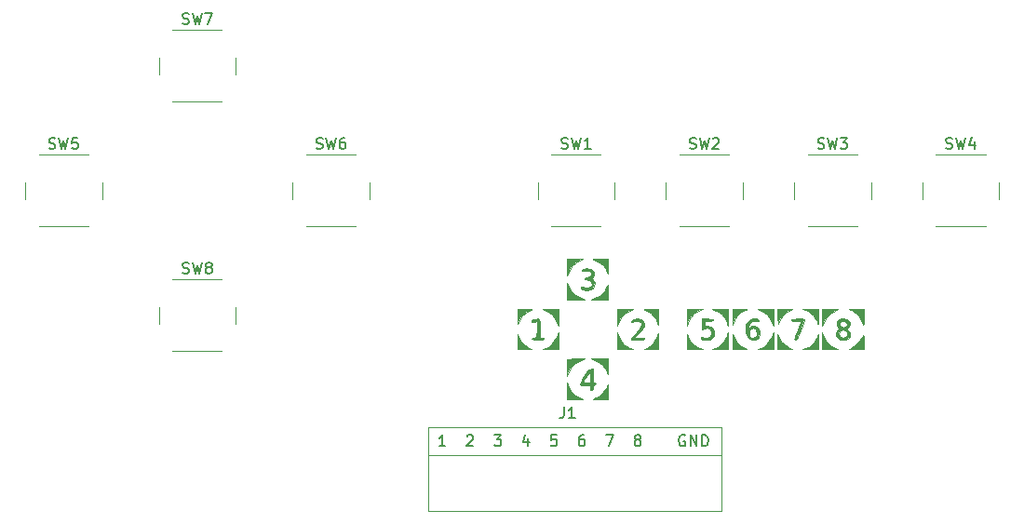
<source format=gbr>
%TF.GenerationSoftware,KiCad,Pcbnew,5.1.4-3.fc30*%
%TF.CreationDate,2019-10-13T17:18:47+02:00*%
%TF.ProjectId,keyboard_lab1,6b657962-6f61-4726-945f-6c6162312e6b,1.0*%
%TF.SameCoordinates,Original*%
%TF.FileFunction,Legend,Top*%
%TF.FilePolarity,Positive*%
%FSLAX46Y46*%
G04 Gerber Fmt 4.6, Leading zero omitted, Abs format (unit mm)*
G04 Created by KiCad (PCBNEW 5.1.4-3.fc30) date 2019-10-13 17:18:47*
%MOMM*%
%LPD*%
G04 APERTURE LIST*
%ADD10C,0.010000*%
%ADD11C,0.120000*%
%ADD12C,0.150000*%
%ADD13C,1.626000*%
%ADD14R,1.626000X1.626000*%
%ADD15C,2.102000*%
G04 APERTURE END LIST*
D10*
%TO.C,G\002A\002A\002A*%
G36*
X133477000Y-100965000D02*
G01*
X133474891Y-101245692D01*
X133469174Y-101472532D01*
X133460761Y-101619887D01*
X133452133Y-101663500D01*
X133419459Y-101610540D01*
X133391153Y-101520625D01*
X133251472Y-101196852D01*
X133012622Y-100885217D01*
X132701570Y-100612624D01*
X132345286Y-100405979D01*
X132225880Y-100358087D01*
X132131271Y-100321731D01*
X132098485Y-100297245D01*
X132141506Y-100282170D01*
X132274320Y-100274047D01*
X132510912Y-100270417D01*
X132730875Y-100269287D01*
X133477000Y-100266500D01*
X133477000Y-100965000D01*
X133477000Y-100965000D01*
G37*
X133477000Y-100965000D02*
X133474891Y-101245692D01*
X133469174Y-101472532D01*
X133460761Y-101619887D01*
X133452133Y-101663500D01*
X133419459Y-101610540D01*
X133391153Y-101520625D01*
X133251472Y-101196852D01*
X133012622Y-100885217D01*
X132701570Y-100612624D01*
X132345286Y-100405979D01*
X132225880Y-100358087D01*
X132131271Y-100321731D01*
X132098485Y-100297245D01*
X132141506Y-100282170D01*
X132274320Y-100274047D01*
X132510912Y-100270417D01*
X132730875Y-100269287D01*
X133477000Y-100266500D01*
X133477000Y-100965000D01*
G36*
X130508375Y-100269287D02*
G01*
X130828988Y-100271272D01*
X131036534Y-100276028D01*
X131144946Y-100285861D01*
X131168157Y-100303075D01*
X131120098Y-100329974D01*
X131045119Y-100358087D01*
X130600703Y-100577159D01*
X130242295Y-100882586D01*
X129979677Y-101264796D01*
X129882399Y-101496023D01*
X129819740Y-101665956D01*
X129771356Y-101772346D01*
X129756280Y-101790500D01*
X129746328Y-101731091D01*
X129738160Y-101569227D01*
X129732608Y-101329448D01*
X129730501Y-101036294D01*
X129730500Y-101028500D01*
X129730500Y-100266500D01*
X130508375Y-100269287D01*
X130508375Y-100269287D01*
G37*
X130508375Y-100269287D02*
X130828988Y-100271272D01*
X131036534Y-100276028D01*
X131144946Y-100285861D01*
X131168157Y-100303075D01*
X131120098Y-100329974D01*
X131045119Y-100358087D01*
X130600703Y-100577159D01*
X130242295Y-100882586D01*
X129979677Y-101264796D01*
X129882399Y-101496023D01*
X129819740Y-101665956D01*
X129771356Y-101772346D01*
X129756280Y-101790500D01*
X129746328Y-101731091D01*
X129738160Y-101569227D01*
X129732608Y-101329448D01*
X129730501Y-101036294D01*
X129730500Y-101028500D01*
X129730500Y-100266500D01*
X130508375Y-100269287D01*
G36*
X131738729Y-101174897D02*
G01*
X131934881Y-101227710D01*
X132036230Y-101284390D01*
X132173435Y-101461439D01*
X132203557Y-101668428D01*
X132123858Y-101867089D01*
X132081443Y-101916056D01*
X132002199Y-102004880D01*
X132000570Y-102072181D01*
X132082145Y-102167769D01*
X132113193Y-102198920D01*
X132220919Y-102340969D01*
X132270182Y-102473660D01*
X132270500Y-102481979D01*
X132216816Y-102747212D01*
X132063285Y-102944988D01*
X131821183Y-103069330D01*
X131501788Y-103114264D01*
X131143375Y-103079185D01*
X131023685Y-103007881D01*
X131000500Y-102924804D01*
X131023532Y-102835289D01*
X131115245Y-102834883D01*
X131141300Y-102842629D01*
X131407553Y-102889688D01*
X131655909Y-102868577D01*
X131858177Y-102788959D01*
X131986167Y-102660497D01*
X132016500Y-102542658D01*
X131959062Y-102376587D01*
X131810659Y-102245011D01*
X131607158Y-102175882D01*
X131540250Y-102171500D01*
X131372379Y-102146496D01*
X131315998Y-102086839D01*
X131369451Y-102015555D01*
X131531085Y-101955673D01*
X131556125Y-101950634D01*
X131786459Y-101886104D01*
X131911662Y-101789427D01*
X131952714Y-101643453D01*
X131953000Y-101626208D01*
X131899297Y-101470202D01*
X131742356Y-101381243D01*
X131488430Y-101362027D01*
X131367385Y-101373628D01*
X131181881Y-101393355D01*
X131092593Y-101383267D01*
X131070782Y-101336243D01*
X131075302Y-101301253D01*
X131149093Y-101220319D01*
X131308891Y-101171850D01*
X131517751Y-101156493D01*
X131738729Y-101174897D01*
X131738729Y-101174897D01*
G37*
X131738729Y-101174897D02*
X131934881Y-101227710D01*
X132036230Y-101284390D01*
X132173435Y-101461439D01*
X132203557Y-101668428D01*
X132123858Y-101867089D01*
X132081443Y-101916056D01*
X132002199Y-102004880D01*
X132000570Y-102072181D01*
X132082145Y-102167769D01*
X132113193Y-102198920D01*
X132220919Y-102340969D01*
X132270182Y-102473660D01*
X132270500Y-102481979D01*
X132216816Y-102747212D01*
X132063285Y-102944988D01*
X131821183Y-103069330D01*
X131501788Y-103114264D01*
X131143375Y-103079185D01*
X131023685Y-103007881D01*
X131000500Y-102924804D01*
X131023532Y-102835289D01*
X131115245Y-102834883D01*
X131141300Y-102842629D01*
X131407553Y-102889688D01*
X131655909Y-102868577D01*
X131858177Y-102788959D01*
X131986167Y-102660497D01*
X132016500Y-102542658D01*
X131959062Y-102376587D01*
X131810659Y-102245011D01*
X131607158Y-102175882D01*
X131540250Y-102171500D01*
X131372379Y-102146496D01*
X131315998Y-102086839D01*
X131369451Y-102015555D01*
X131531085Y-101955673D01*
X131556125Y-101950634D01*
X131786459Y-101886104D01*
X131911662Y-101789427D01*
X131952714Y-101643453D01*
X131953000Y-101626208D01*
X131899297Y-101470202D01*
X131742356Y-101381243D01*
X131488430Y-101362027D01*
X131367385Y-101373628D01*
X131181881Y-101393355D01*
X131092593Y-101383267D01*
X131070782Y-101336243D01*
X131075302Y-101301253D01*
X131149093Y-101220319D01*
X131308891Y-101171850D01*
X131517751Y-101156493D01*
X131738729Y-101174897D01*
G36*
X133461916Y-102691598D02*
G01*
X133469771Y-102836378D01*
X133473305Y-103086703D01*
X133474212Y-103266875D01*
X133477000Y-104013000D01*
X132699125Y-104011492D01*
X131921250Y-104009985D01*
X132295061Y-103856301D01*
X132730493Y-103615532D01*
X133079305Y-103291648D01*
X133329559Y-102896713D01*
X133389394Y-102750297D01*
X133424029Y-102662581D01*
X133447436Y-102638340D01*
X133461916Y-102691598D01*
X133461916Y-102691598D01*
G37*
X133461916Y-102691598D02*
X133469771Y-102836378D01*
X133473305Y-103086703D01*
X133474212Y-103266875D01*
X133477000Y-104013000D01*
X132699125Y-104011492D01*
X131921250Y-104009985D01*
X132295061Y-103856301D01*
X132730493Y-103615532D01*
X133079305Y-103291648D01*
X133329559Y-102896713D01*
X133389394Y-102750297D01*
X133424029Y-102662581D01*
X133447436Y-102638340D01*
X133461916Y-102691598D01*
G36*
X129915779Y-102838250D02*
G01*
X130184767Y-103272554D01*
X130537914Y-103611765D01*
X130974453Y-103855697D01*
X131349750Y-104009985D01*
X130582458Y-104011492D01*
X130282192Y-104008758D01*
X130029687Y-104000200D01*
X129851226Y-103987143D01*
X129773094Y-103970914D01*
X129772833Y-103970666D01*
X129756361Y-103893886D01*
X129743408Y-103717051D01*
X129735340Y-103467085D01*
X129733413Y-103192791D01*
X129736327Y-102457250D01*
X129915779Y-102838250D01*
X129915779Y-102838250D01*
G37*
X129915779Y-102838250D02*
X130184767Y-103272554D01*
X130537914Y-103611765D01*
X130974453Y-103855697D01*
X131349750Y-104009985D01*
X130582458Y-104011492D01*
X130282192Y-104008758D01*
X130029687Y-104000200D01*
X129851226Y-103987143D01*
X129773094Y-103970914D01*
X129772833Y-103970666D01*
X129756361Y-103893886D01*
X129743408Y-103717051D01*
X129735340Y-103467085D01*
X129733413Y-103192791D01*
X129736327Y-102457250D01*
X129915779Y-102838250D01*
G36*
X152590500Y-105537000D02*
G01*
X152588660Y-105817693D01*
X152583671Y-106044533D01*
X152576330Y-106191888D01*
X152568801Y-106235500D01*
X152539274Y-106180941D01*
X152490408Y-106043541D01*
X152468140Y-105971947D01*
X152349329Y-105730841D01*
X152147912Y-105472429D01*
X151897583Y-105230430D01*
X151632035Y-105038566D01*
X151445774Y-104948771D01*
X151161750Y-104848526D01*
X152590500Y-104838500D01*
X152590500Y-105537000D01*
X152590500Y-105537000D01*
G37*
X152590500Y-105537000D02*
X152588660Y-105817693D01*
X152583671Y-106044533D01*
X152576330Y-106191888D01*
X152568801Y-106235500D01*
X152539274Y-106180941D01*
X152490408Y-106043541D01*
X152468140Y-105971947D01*
X152349329Y-105730841D01*
X152147912Y-105472429D01*
X151897583Y-105230430D01*
X151632035Y-105038566D01*
X151445774Y-104948771D01*
X151161750Y-104848526D01*
X152590500Y-104838500D01*
X152590500Y-105537000D01*
G36*
X149621875Y-104841287D02*
G01*
X149926469Y-104843365D01*
X150118112Y-104848472D01*
X150210851Y-104859198D01*
X150218733Y-104878136D01*
X150155805Y-104907875D01*
X150097996Y-104929098D01*
X149726103Y-105122498D01*
X149391403Y-105409860D01*
X149126866Y-105758213D01*
X148998098Y-106028996D01*
X148961523Y-106124011D01*
X148937135Y-106155727D01*
X148922341Y-106110094D01*
X148914553Y-105973065D01*
X148911178Y-105730593D01*
X148910287Y-105552875D01*
X148907500Y-104838500D01*
X149621875Y-104841287D01*
X149621875Y-104841287D01*
G37*
X149621875Y-104841287D02*
X149926469Y-104843365D01*
X150118112Y-104848472D01*
X150210851Y-104859198D01*
X150218733Y-104878136D01*
X150155805Y-104907875D01*
X150097996Y-104929098D01*
X149726103Y-105122498D01*
X149391403Y-105409860D01*
X149126866Y-105758213D01*
X148998098Y-106028996D01*
X148961523Y-106124011D01*
X148937135Y-106155727D01*
X148922341Y-106110094D01*
X148914553Y-105973065D01*
X148911178Y-105730593D01*
X148910287Y-105552875D01*
X148907500Y-104838500D01*
X149621875Y-104841287D01*
G36*
X145494375Y-104843513D02*
G01*
X145801266Y-104846248D01*
X145994928Y-104851267D01*
X146089128Y-104861538D01*
X146097636Y-104880029D01*
X146034219Y-104909707D01*
X145947469Y-104941189D01*
X145588754Y-105130789D01*
X145267698Y-105420841D01*
X145011653Y-105785215D01*
X144962088Y-105882566D01*
X144780100Y-106267250D01*
X144780000Y-104838500D01*
X145494375Y-104843513D01*
X145494375Y-104843513D01*
G37*
X145494375Y-104843513D02*
X145801266Y-104846248D01*
X145994928Y-104851267D01*
X146089128Y-104861538D01*
X146097636Y-104880029D01*
X146034219Y-104909707D01*
X145947469Y-104941189D01*
X145588754Y-105130789D01*
X145267698Y-105420841D01*
X145011653Y-105785215D01*
X144962088Y-105882566D01*
X144780100Y-106267250D01*
X144780000Y-104838500D01*
X145494375Y-104843513D01*
G36*
X156718000Y-105568750D02*
G01*
X156715420Y-105856256D01*
X156708410Y-106090473D01*
X156698057Y-106246334D01*
X156686250Y-106299000D01*
X156658990Y-106246290D01*
X156653904Y-106187875D01*
X156613308Y-106034376D01*
X156508098Y-105825047D01*
X156361309Y-105595961D01*
X156195979Y-105383191D01*
X156040299Y-105227022D01*
X155833512Y-105083400D01*
X155607912Y-104964420D01*
X155545612Y-104939550D01*
X155439962Y-104900250D01*
X155396069Y-104874087D01*
X155427778Y-104858158D01*
X155548937Y-104849558D01*
X155773395Y-104845385D01*
X156003625Y-104843513D01*
X156718000Y-104838500D01*
X156718000Y-105568750D01*
X156718000Y-105568750D01*
G37*
X156718000Y-105568750D02*
X156715420Y-105856256D01*
X156708410Y-106090473D01*
X156698057Y-106246334D01*
X156686250Y-106299000D01*
X156658990Y-106246290D01*
X156653904Y-106187875D01*
X156613308Y-106034376D01*
X156508098Y-105825047D01*
X156361309Y-105595961D01*
X156195979Y-105383191D01*
X156040299Y-105227022D01*
X155833512Y-105083400D01*
X155607912Y-104964420D01*
X155545612Y-104939550D01*
X155439962Y-104900250D01*
X155396069Y-104874087D01*
X155427778Y-104858158D01*
X155548937Y-104849558D01*
X155773395Y-104845385D01*
X156003625Y-104843513D01*
X156718000Y-104838500D01*
X156718000Y-105568750D01*
G36*
X141679556Y-105033499D02*
G01*
X141284644Y-105287603D01*
X140989303Y-105611794D01*
X140781455Y-106013250D01*
X140659117Y-106330750D01*
X140655808Y-105584625D01*
X140652500Y-104838500D01*
X142069784Y-104838500D01*
X141679556Y-105033499D01*
X141679556Y-105033499D01*
G37*
X141679556Y-105033499D02*
X141284644Y-105287603D01*
X140989303Y-105611794D01*
X140781455Y-106013250D01*
X140659117Y-106330750D01*
X140655808Y-105584625D01*
X140652500Y-104838500D01*
X142069784Y-104838500D01*
X141679556Y-105033499D01*
G36*
X138049000Y-105568750D02*
G01*
X138046830Y-105856257D01*
X138040934Y-106090476D01*
X138032226Y-106246337D01*
X138022295Y-106299000D01*
X137991459Y-106244704D01*
X137955254Y-106115347D01*
X137830763Y-105801571D01*
X137610273Y-105490846D01*
X137321990Y-105212721D01*
X136994121Y-104996742D01*
X136810750Y-104916430D01*
X136747724Y-104886977D01*
X136761791Y-104866730D01*
X136865960Y-104853879D01*
X137073239Y-104846612D01*
X137334625Y-104843513D01*
X138049000Y-104838500D01*
X138049000Y-105568750D01*
X138049000Y-105568750D01*
G37*
X138049000Y-105568750D02*
X138046830Y-105856257D01*
X138040934Y-106090476D01*
X138032226Y-106246337D01*
X138022295Y-106299000D01*
X137991459Y-106244704D01*
X137955254Y-106115347D01*
X137830763Y-105801571D01*
X137610273Y-105490846D01*
X137321990Y-105212721D01*
X136994121Y-104996742D01*
X136810750Y-104916430D01*
X136747724Y-104886977D01*
X136761791Y-104866730D01*
X136865960Y-104853879D01*
X137073239Y-104846612D01*
X137334625Y-104843513D01*
X138049000Y-104838500D01*
X138049000Y-105568750D01*
G36*
X125936375Y-104843513D02*
G01*
X126239684Y-104847504D01*
X126429022Y-104855569D01*
X126517400Y-104869518D01*
X126517827Y-104891162D01*
X126460250Y-104916430D01*
X126057562Y-105124505D01*
X125708616Y-105432271D01*
X125436408Y-105816200D01*
X125313587Y-106089619D01*
X125277231Y-106184228D01*
X125252745Y-106217014D01*
X125237670Y-106173993D01*
X125229547Y-106041179D01*
X125225917Y-105804587D01*
X125224787Y-105584625D01*
X125222000Y-104838500D01*
X125936375Y-104843513D01*
X125936375Y-104843513D01*
G37*
X125936375Y-104843513D02*
X126239684Y-104847504D01*
X126429022Y-104855569D01*
X126517400Y-104869518D01*
X126517827Y-104891162D01*
X126460250Y-104916430D01*
X126057562Y-105124505D01*
X125708616Y-105432271D01*
X125436408Y-105816200D01*
X125313587Y-106089619D01*
X125277231Y-106184228D01*
X125252745Y-106217014D01*
X125237670Y-106173993D01*
X125229547Y-106041179D01*
X125225917Y-105804587D01*
X125224787Y-105584625D01*
X125222000Y-104838500D01*
X125936375Y-104843513D01*
G36*
X154400250Y-104839740D02*
G01*
X154082750Y-104990280D01*
X153686574Y-105246664D01*
X153361286Y-105599589D01*
X153128802Y-106018953D01*
X152974514Y-106394250D01*
X152971500Y-104838500D01*
X154400250Y-104839740D01*
X154400250Y-104839740D01*
G37*
X154400250Y-104839740D02*
X154082750Y-104990280D01*
X153686574Y-105246664D01*
X153361286Y-105599589D01*
X153128802Y-106018953D01*
X152974514Y-106394250D01*
X152971500Y-104838500D01*
X154400250Y-104839740D01*
G36*
X148526500Y-105600500D02*
G01*
X148525186Y-105894675D01*
X148521608Y-106136088D01*
X148516307Y-106300197D01*
X148509826Y-106362460D01*
X148509654Y-106362500D01*
X148481073Y-106308211D01*
X148425301Y-106168409D01*
X148377586Y-106038083D01*
X148195702Y-105685320D01*
X147923765Y-105356307D01*
X147597769Y-105090311D01*
X147415250Y-104988248D01*
X147097750Y-104839740D01*
X148526500Y-104838500D01*
X148526500Y-105600500D01*
X148526500Y-105600500D01*
G37*
X148526500Y-105600500D02*
X148525186Y-105894675D01*
X148521608Y-106136088D01*
X148516307Y-106300197D01*
X148509826Y-106362460D01*
X148509654Y-106362500D01*
X148481073Y-106308211D01*
X148425301Y-106168409D01*
X148377586Y-106038083D01*
X148195702Y-105685320D01*
X147923765Y-105356307D01*
X147597769Y-105090311D01*
X147415250Y-104988248D01*
X147097750Y-104839740D01*
X148526500Y-104838500D01*
X148526500Y-105600500D01*
G36*
X144399000Y-105600500D02*
G01*
X144396524Y-105894671D01*
X144389780Y-106136082D01*
X144379789Y-106300191D01*
X144367575Y-106362460D01*
X144367250Y-106362500D01*
X144339074Y-106310651D01*
X144335500Y-106266557D01*
X144297066Y-106101238D01*
X144196395Y-105880602D01*
X144055428Y-105644430D01*
X143896108Y-105432497D01*
X143843855Y-105375287D01*
X143644827Y-105206152D01*
X143402271Y-105047071D01*
X143292909Y-104989984D01*
X142970250Y-104839740D01*
X144399000Y-104838500D01*
X144399000Y-105600500D01*
X144399000Y-105600500D01*
G37*
X144399000Y-105600500D02*
X144396524Y-105894671D01*
X144389780Y-106136082D01*
X144379789Y-106300191D01*
X144367575Y-106362460D01*
X144367250Y-106362500D01*
X144339074Y-106310651D01*
X144335500Y-106266557D01*
X144297066Y-106101238D01*
X144196395Y-105880602D01*
X144055428Y-105644430D01*
X143896108Y-105432497D01*
X143843855Y-105375287D01*
X143644827Y-105206152D01*
X143402271Y-105047071D01*
X143292909Y-104989984D01*
X142970250Y-104839740D01*
X144399000Y-104838500D01*
X144399000Y-105600500D01*
G36*
X135731250Y-104839740D02*
G01*
X135413750Y-104994316D01*
X134989783Y-105260219D01*
X134667997Y-105598453D01*
X134440904Y-106017310D01*
X134407218Y-106108500D01*
X134308562Y-106394250D01*
X134302500Y-104838500D01*
X135731250Y-104839740D01*
X135731250Y-104839740D01*
G37*
X135731250Y-104839740D02*
X135413750Y-104994316D01*
X134989783Y-105260219D01*
X134667997Y-105598453D01*
X134440904Y-106017310D01*
X134407218Y-106108500D01*
X134308562Y-106394250D01*
X134302500Y-104838500D01*
X135731250Y-104839740D01*
G36*
X128968500Y-105600500D02*
G01*
X128967186Y-105894675D01*
X128963608Y-106136088D01*
X128958307Y-106300197D01*
X128951826Y-106362460D01*
X128951654Y-106362500D01*
X128923073Y-106308211D01*
X128867301Y-106168409D01*
X128819586Y-106038083D01*
X128637702Y-105685320D01*
X128365765Y-105356307D01*
X128039769Y-105090311D01*
X127857250Y-104988248D01*
X127539750Y-104839740D01*
X128968500Y-104838500D01*
X128968500Y-105600500D01*
X128968500Y-105600500D01*
G37*
X128968500Y-105600500D02*
X128967186Y-105894675D01*
X128963608Y-106136088D01*
X128958307Y-106300197D01*
X128951826Y-106362460D01*
X128951654Y-106362500D01*
X128923073Y-106308211D01*
X128867301Y-106168409D01*
X128819586Y-106038083D01*
X128637702Y-105685320D01*
X128365765Y-105356307D01*
X128039769Y-105090311D01*
X127857250Y-104988248D01*
X127539750Y-104839740D01*
X128968500Y-104838500D01*
X128968500Y-105600500D01*
G36*
X151045899Y-105729330D02*
G01*
X151230026Y-105737414D01*
X151329173Y-105755635D01*
X151364339Y-105787881D01*
X151356525Y-105838037D01*
X151356307Y-105838625D01*
X151154723Y-106375608D01*
X150989361Y-106802320D01*
X150855712Y-107128779D01*
X150749267Y-107365006D01*
X150665518Y-107521020D01*
X150599956Y-107606841D01*
X150549093Y-107632500D01*
X150451032Y-107610842D01*
X150431500Y-107584348D01*
X150453466Y-107509829D01*
X150513361Y-107341794D01*
X150602184Y-107104733D01*
X150710930Y-106823139D01*
X150717250Y-106807000D01*
X150827254Y-106520089D01*
X150917621Y-106272606D01*
X150979232Y-106090369D01*
X151002967Y-105999200D01*
X151003000Y-105997901D01*
X150956758Y-105951667D01*
X150809554Y-105925798D01*
X150558500Y-105918000D01*
X150316995Y-105912398D01*
X150178775Y-105892256D01*
X150120480Y-105852569D01*
X150114000Y-105822750D01*
X150134862Y-105778535D01*
X150211320Y-105750065D01*
X150364178Y-105734253D01*
X150614240Y-105728011D01*
X150755793Y-105727500D01*
X151045899Y-105729330D01*
X151045899Y-105729330D01*
G37*
X151045899Y-105729330D02*
X151230026Y-105737414D01*
X151329173Y-105755635D01*
X151364339Y-105787881D01*
X151356525Y-105838037D01*
X151356307Y-105838625D01*
X151154723Y-106375608D01*
X150989361Y-106802320D01*
X150855712Y-107128779D01*
X150749267Y-107365006D01*
X150665518Y-107521020D01*
X150599956Y-107606841D01*
X150549093Y-107632500D01*
X150451032Y-107610842D01*
X150431500Y-107584348D01*
X150453466Y-107509829D01*
X150513361Y-107341794D01*
X150602184Y-107104733D01*
X150710930Y-106823139D01*
X150717250Y-106807000D01*
X150827254Y-106520089D01*
X150917621Y-106272606D01*
X150979232Y-106090369D01*
X151002967Y-105999200D01*
X151003000Y-105997901D01*
X150956758Y-105951667D01*
X150809554Y-105925798D01*
X150558500Y-105918000D01*
X150316995Y-105912398D01*
X150178775Y-105892256D01*
X150120480Y-105852569D01*
X150114000Y-105822750D01*
X150134862Y-105778535D01*
X150211320Y-105750065D01*
X150364178Y-105734253D01*
X150614240Y-105728011D01*
X150755793Y-105727500D01*
X151045899Y-105729330D01*
G36*
X142754650Y-105731986D02*
G01*
X142911076Y-105748264D01*
X142985828Y-105780561D01*
X143002000Y-105822750D01*
X142972739Y-105878057D01*
X142869014Y-105907751D01*
X142666906Y-105917812D01*
X142621000Y-105918000D01*
X142240000Y-105918000D01*
X142240000Y-106140250D01*
X142247415Y-106281612D01*
X142293847Y-106345110D01*
X142415576Y-106361891D01*
X142498884Y-106362500D01*
X142772222Y-106418474D01*
X142980357Y-106573198D01*
X143103645Y-106806878D01*
X143129000Y-106997500D01*
X143102226Y-107214013D01*
X143001744Y-107384410D01*
X142943384Y-107446884D01*
X142819494Y-107554437D01*
X142692817Y-107610276D01*
X142514415Y-107630595D01*
X142382467Y-107632500D01*
X142174336Y-107625838D01*
X142020857Y-107608583D01*
X141964833Y-107590166D01*
X141928694Y-107496982D01*
X141922500Y-107429182D01*
X141941578Y-107348295D01*
X142020711Y-107363606D01*
X142045325Y-107376265D01*
X142260194Y-107438041D01*
X142496818Y-107428802D01*
X142698325Y-107353781D01*
X142751744Y-107311255D01*
X142855364Y-107128500D01*
X142852165Y-106922221D01*
X142746908Y-106729548D01*
X142667914Y-106657474D01*
X142533781Y-106576107D01*
X142404299Y-106560533D01*
X142239289Y-106594748D01*
X141986000Y-106662355D01*
X141986000Y-105727500D01*
X142494000Y-105727500D01*
X142754650Y-105731986D01*
X142754650Y-105731986D01*
G37*
X142754650Y-105731986D02*
X142911076Y-105748264D01*
X142985828Y-105780561D01*
X143002000Y-105822750D01*
X142972739Y-105878057D01*
X142869014Y-105907751D01*
X142666906Y-105917812D01*
X142621000Y-105918000D01*
X142240000Y-105918000D01*
X142240000Y-106140250D01*
X142247415Y-106281612D01*
X142293847Y-106345110D01*
X142415576Y-106361891D01*
X142498884Y-106362500D01*
X142772222Y-106418474D01*
X142980357Y-106573198D01*
X143103645Y-106806878D01*
X143129000Y-106997500D01*
X143102226Y-107214013D01*
X143001744Y-107384410D01*
X142943384Y-107446884D01*
X142819494Y-107554437D01*
X142692817Y-107610276D01*
X142514415Y-107630595D01*
X142382467Y-107632500D01*
X142174336Y-107625838D01*
X142020857Y-107608583D01*
X141964833Y-107590166D01*
X141928694Y-107496982D01*
X141922500Y-107429182D01*
X141941578Y-107348295D01*
X142020711Y-107363606D01*
X142045325Y-107376265D01*
X142260194Y-107438041D01*
X142496818Y-107428802D01*
X142698325Y-107353781D01*
X142751744Y-107311255D01*
X142855364Y-107128500D01*
X142852165Y-106922221D01*
X142746908Y-106729548D01*
X142667914Y-106657474D01*
X142533781Y-106576107D01*
X142404299Y-106560533D01*
X142239289Y-106594748D01*
X141986000Y-106662355D01*
X141986000Y-105727500D01*
X142494000Y-105727500D01*
X142754650Y-105731986D01*
G36*
X136366508Y-105742117D02*
G01*
X136517801Y-105797279D01*
X136623136Y-105883363D01*
X136753430Y-106095331D01*
X136766883Y-106339435D01*
X136708326Y-106509549D01*
X136632391Y-106617705D01*
X136491960Y-106784495D01*
X136313076Y-106979500D01*
X136249785Y-107045125D01*
X135861918Y-107442000D01*
X136320459Y-107442000D01*
X136566288Y-107447315D01*
X136708629Y-107466473D01*
X136770669Y-107504290D01*
X136779000Y-107537250D01*
X136757410Y-107582654D01*
X136678447Y-107611388D01*
X136520821Y-107626813D01*
X136263242Y-107632290D01*
X136175750Y-107632500D01*
X135892387Y-107629777D01*
X135713262Y-107618937D01*
X135615681Y-107595969D01*
X135576946Y-107556865D01*
X135572500Y-107525934D01*
X135614772Y-107438727D01*
X135729080Y-107286212D01*
X135896655Y-107091873D01*
X136048750Y-106929976D01*
X136298037Y-106659534D01*
X136453222Y-106450657D01*
X136520545Y-106287057D01*
X136506244Y-106152447D01*
X136416559Y-106030542D01*
X136399436Y-106014550D01*
X136277621Y-105945823D01*
X136108342Y-105933402D01*
X135864855Y-105977428D01*
X135715375Y-106018184D01*
X135603400Y-106027700D01*
X135572500Y-105959390D01*
X135631630Y-105839281D01*
X135803625Y-105761169D01*
X136080393Y-105728345D01*
X136142711Y-105727500D01*
X136366508Y-105742117D01*
X136366508Y-105742117D01*
G37*
X136366508Y-105742117D02*
X136517801Y-105797279D01*
X136623136Y-105883363D01*
X136753430Y-106095331D01*
X136766883Y-106339435D01*
X136708326Y-106509549D01*
X136632391Y-106617705D01*
X136491960Y-106784495D01*
X136313076Y-106979500D01*
X136249785Y-107045125D01*
X135861918Y-107442000D01*
X136320459Y-107442000D01*
X136566288Y-107447315D01*
X136708629Y-107466473D01*
X136770669Y-107504290D01*
X136779000Y-107537250D01*
X136757410Y-107582654D01*
X136678447Y-107611388D01*
X136520821Y-107626813D01*
X136263242Y-107632290D01*
X136175750Y-107632500D01*
X135892387Y-107629777D01*
X135713262Y-107618937D01*
X135615681Y-107595969D01*
X135576946Y-107556865D01*
X135572500Y-107525934D01*
X135614772Y-107438727D01*
X135729080Y-107286212D01*
X135896655Y-107091873D01*
X136048750Y-106929976D01*
X136298037Y-106659534D01*
X136453222Y-106450657D01*
X136520545Y-106287057D01*
X136506244Y-106152447D01*
X136416559Y-106030542D01*
X136399436Y-106014550D01*
X136277621Y-105945823D01*
X136108342Y-105933402D01*
X135864855Y-105977428D01*
X135715375Y-106018184D01*
X135603400Y-106027700D01*
X135572500Y-105959390D01*
X135631630Y-105839281D01*
X135803625Y-105761169D01*
X136080393Y-105728345D01*
X136142711Y-105727500D01*
X136366508Y-105742117D01*
G36*
X127172919Y-105748234D02*
G01*
X127225154Y-105832908D01*
X127248546Y-105992615D01*
X127254396Y-106244971D01*
X127254000Y-106584750D01*
X127254000Y-107442000D01*
X127444500Y-107442000D01*
X127595739Y-107470398D01*
X127635000Y-107537250D01*
X127611956Y-107584869D01*
X127528074Y-107614015D01*
X127361229Y-107628589D01*
X127095250Y-107632500D01*
X126822932Y-107628055D01*
X126656320Y-107612347D01*
X126574352Y-107581817D01*
X126555500Y-107541273D01*
X126613990Y-107467435D01*
X126761875Y-107430148D01*
X126968250Y-107410250D01*
X126986283Y-106687413D01*
X127004317Y-105964577D01*
X126748158Y-106005539D01*
X126584041Y-106024137D01*
X126509839Y-106002641D01*
X126492014Y-105930777D01*
X126492000Y-105927058D01*
X126529750Y-105836783D01*
X126659882Y-105781919D01*
X126730125Y-105768257D01*
X126936706Y-105733524D01*
X127080537Y-105720978D01*
X127172919Y-105748234D01*
X127172919Y-105748234D01*
G37*
X127172919Y-105748234D02*
X127225154Y-105832908D01*
X127248546Y-105992615D01*
X127254396Y-106244971D01*
X127254000Y-106584750D01*
X127254000Y-107442000D01*
X127444500Y-107442000D01*
X127595739Y-107470398D01*
X127635000Y-107537250D01*
X127611956Y-107584869D01*
X127528074Y-107614015D01*
X127361229Y-107628589D01*
X127095250Y-107632500D01*
X126822932Y-107628055D01*
X126656320Y-107612347D01*
X126574352Y-107581817D01*
X126555500Y-107541273D01*
X126613990Y-107467435D01*
X126761875Y-107430148D01*
X126968250Y-107410250D01*
X126986283Y-106687413D01*
X127004317Y-105964577D01*
X126748158Y-106005539D01*
X126584041Y-106024137D01*
X126509839Y-106002641D01*
X126492014Y-105930777D01*
X126492000Y-105927058D01*
X126529750Y-105836783D01*
X126659882Y-105781919D01*
X126730125Y-105768257D01*
X126936706Y-105733524D01*
X127080537Y-105720978D01*
X127172919Y-105748234D01*
G36*
X155128299Y-105734927D02*
G01*
X155331812Y-105851488D01*
X155434799Y-106043976D01*
X155448000Y-106169863D01*
X155422074Y-106371615D01*
X155332780Y-106498251D01*
X155309814Y-106515587D01*
X155171629Y-106612375D01*
X155341564Y-106746046D01*
X155479032Y-106926236D01*
X155512125Y-107146141D01*
X155439555Y-107371295D01*
X155368625Y-107469076D01*
X155168403Y-107607788D01*
X154908321Y-107669819D01*
X154635076Y-107647585D01*
X154518267Y-107607174D01*
X154344071Y-107471812D01*
X154239824Y-107277120D01*
X154214328Y-107092750D01*
X154495500Y-107092750D01*
X154528849Y-107291037D01*
X154640269Y-107402174D01*
X154846820Y-107441382D01*
X154886965Y-107442000D01*
X155079999Y-107415922D01*
X155185902Y-107329515D01*
X155191765Y-107319174D01*
X155255728Y-107097206D01*
X155208237Y-106911594D01*
X155063173Y-106785919D01*
X154852914Y-106743500D01*
X154643619Y-106779236D01*
X154528902Y-106895046D01*
X154495500Y-107092750D01*
X154214328Y-107092750D01*
X154209767Y-107059776D01*
X154258141Y-106856458D01*
X154389187Y-106703844D01*
X154412204Y-106689815D01*
X154482973Y-106638360D01*
X154473819Y-106578548D01*
X154383975Y-106474222D01*
X154262887Y-106281869D01*
X154263114Y-106265661D01*
X154520275Y-106265661D01*
X154554701Y-106354467D01*
X154669301Y-106451283D01*
X154843569Y-106492015D01*
X155020486Y-106470707D01*
X155117800Y-106413300D01*
X155181419Y-106289501D01*
X155194000Y-106203750D01*
X155144301Y-106031224D01*
X154994994Y-105937218D01*
X154830688Y-105918000D01*
X154640687Y-105966612D01*
X154530903Y-106092483D01*
X154520275Y-106265661D01*
X154263114Y-106265661D01*
X154265630Y-106086536D01*
X154392413Y-105876643D01*
X154394751Y-105873915D01*
X154527057Y-105753505D01*
X154682802Y-105702984D01*
X154826169Y-105695750D01*
X155128299Y-105734927D01*
X155128299Y-105734927D01*
G37*
X155128299Y-105734927D02*
X155331812Y-105851488D01*
X155434799Y-106043976D01*
X155448000Y-106169863D01*
X155422074Y-106371615D01*
X155332780Y-106498251D01*
X155309814Y-106515587D01*
X155171629Y-106612375D01*
X155341564Y-106746046D01*
X155479032Y-106926236D01*
X155512125Y-107146141D01*
X155439555Y-107371295D01*
X155368625Y-107469076D01*
X155168403Y-107607788D01*
X154908321Y-107669819D01*
X154635076Y-107647585D01*
X154518267Y-107607174D01*
X154344071Y-107471812D01*
X154239824Y-107277120D01*
X154214328Y-107092750D01*
X154495500Y-107092750D01*
X154528849Y-107291037D01*
X154640269Y-107402174D01*
X154846820Y-107441382D01*
X154886965Y-107442000D01*
X155079999Y-107415922D01*
X155185902Y-107329515D01*
X155191765Y-107319174D01*
X155255728Y-107097206D01*
X155208237Y-106911594D01*
X155063173Y-106785919D01*
X154852914Y-106743500D01*
X154643619Y-106779236D01*
X154528902Y-106895046D01*
X154495500Y-107092750D01*
X154214328Y-107092750D01*
X154209767Y-107059776D01*
X154258141Y-106856458D01*
X154389187Y-106703844D01*
X154412204Y-106689815D01*
X154482973Y-106638360D01*
X154473819Y-106578548D01*
X154383975Y-106474222D01*
X154262887Y-106281869D01*
X154263114Y-106265661D01*
X154520275Y-106265661D01*
X154554701Y-106354467D01*
X154669301Y-106451283D01*
X154843569Y-106492015D01*
X155020486Y-106470707D01*
X155117800Y-106413300D01*
X155181419Y-106289501D01*
X155194000Y-106203750D01*
X155144301Y-106031224D01*
X154994994Y-105937218D01*
X154830688Y-105918000D01*
X154640687Y-105966612D01*
X154530903Y-106092483D01*
X154520275Y-106265661D01*
X154263114Y-106265661D01*
X154265630Y-106086536D01*
X154392413Y-105876643D01*
X154394751Y-105873915D01*
X154527057Y-105753505D01*
X154682802Y-105702984D01*
X154826169Y-105695750D01*
X155128299Y-105734927D01*
G36*
X147062492Y-105736750D02*
G01*
X147168549Y-105831510D01*
X147180463Y-105867033D01*
X147174051Y-105936164D01*
X147097182Y-105953204D01*
X146978209Y-105938659D01*
X146775860Y-105924972D01*
X146597334Y-105942187D01*
X146594352Y-105942920D01*
X146449535Y-106033065D01*
X146322440Y-106198411D01*
X146247849Y-106388313D01*
X146240500Y-106458197D01*
X146251701Y-106523995D01*
X146307853Y-106510403D01*
X146381629Y-106461350D01*
X146610335Y-106368449D01*
X146843631Y-106385129D01*
X147053739Y-106498163D01*
X147212882Y-106694326D01*
X147282545Y-106890323D01*
X147277015Y-107107229D01*
X147201019Y-107342474D01*
X147077447Y-107530583D01*
X147049752Y-107556197D01*
X146840582Y-107655107D01*
X146590062Y-107667469D01*
X146351253Y-107591681D01*
X146328170Y-107578014D01*
X146147910Y-107407778D01*
X146036882Y-107158543D01*
X146017404Y-107018013D01*
X146304000Y-107018013D01*
X146320849Y-107204704D01*
X146362955Y-107341494D01*
X146380200Y-107365800D01*
X146511907Y-107426481D01*
X146693285Y-107437905D01*
X146861283Y-107401703D01*
X146935105Y-107351442D01*
X146977747Y-107234492D01*
X146993021Y-107052239D01*
X146990505Y-106988340D01*
X146958743Y-106794023D01*
X146883155Y-106677086D01*
X146803442Y-106622299D01*
X146670755Y-106564537D01*
X146562573Y-106582929D01*
X146470067Y-106637616D01*
X146359324Y-106736041D01*
X146311801Y-106869492D01*
X146304000Y-107018013D01*
X146017404Y-107018013D01*
X145989284Y-106815148D01*
X145986500Y-106685408D01*
X146031798Y-106303473D01*
X146168272Y-106009152D01*
X146396785Y-105800765D01*
X146460178Y-105765945D01*
X146671220Y-105698762D01*
X146884353Y-105690765D01*
X147062492Y-105736750D01*
X147062492Y-105736750D01*
G37*
X147062492Y-105736750D02*
X147168549Y-105831510D01*
X147180463Y-105867033D01*
X147174051Y-105936164D01*
X147097182Y-105953204D01*
X146978209Y-105938659D01*
X146775860Y-105924972D01*
X146597334Y-105942187D01*
X146594352Y-105942920D01*
X146449535Y-106033065D01*
X146322440Y-106198411D01*
X146247849Y-106388313D01*
X146240500Y-106458197D01*
X146251701Y-106523995D01*
X146307853Y-106510403D01*
X146381629Y-106461350D01*
X146610335Y-106368449D01*
X146843631Y-106385129D01*
X147053739Y-106498163D01*
X147212882Y-106694326D01*
X147282545Y-106890323D01*
X147277015Y-107107229D01*
X147201019Y-107342474D01*
X147077447Y-107530583D01*
X147049752Y-107556197D01*
X146840582Y-107655107D01*
X146590062Y-107667469D01*
X146351253Y-107591681D01*
X146328170Y-107578014D01*
X146147910Y-107407778D01*
X146036882Y-107158543D01*
X146017404Y-107018013D01*
X146304000Y-107018013D01*
X146320849Y-107204704D01*
X146362955Y-107341494D01*
X146380200Y-107365800D01*
X146511907Y-107426481D01*
X146693285Y-107437905D01*
X146861283Y-107401703D01*
X146935105Y-107351442D01*
X146977747Y-107234492D01*
X146993021Y-107052239D01*
X146990505Y-106988340D01*
X146958743Y-106794023D01*
X146883155Y-106677086D01*
X146803442Y-106622299D01*
X146670755Y-106564537D01*
X146562573Y-106582929D01*
X146470067Y-106637616D01*
X146359324Y-106736041D01*
X146311801Y-106869492D01*
X146304000Y-107018013D01*
X146017404Y-107018013D01*
X145989284Y-106815148D01*
X145986500Y-106685408D01*
X146031798Y-106303473D01*
X146168272Y-106009152D01*
X146396785Y-105800765D01*
X146460178Y-105765945D01*
X146671220Y-105698762D01*
X146884353Y-105690765D01*
X147062492Y-105736750D01*
G36*
X156691918Y-107212836D02*
G01*
X156703764Y-107357436D01*
X156710555Y-107615718D01*
X156712273Y-107775375D01*
X156718000Y-108521500D01*
X156003625Y-108516486D01*
X155700282Y-108512462D01*
X155511053Y-108504323D01*
X155423072Y-108490294D01*
X155423473Y-108468599D01*
X155479750Y-108444189D01*
X155837300Y-108261323D01*
X156167782Y-107988988D01*
X156440328Y-107659288D01*
X156624071Y-107304323D01*
X156648844Y-107228340D01*
X156673962Y-107172833D01*
X156691918Y-107212836D01*
X156691918Y-107212836D01*
G37*
X156691918Y-107212836D02*
X156703764Y-107357436D01*
X156710555Y-107615718D01*
X156712273Y-107775375D01*
X156718000Y-108521500D01*
X156003625Y-108516486D01*
X155700282Y-108512462D01*
X155511053Y-108504323D01*
X155423072Y-108490294D01*
X155423473Y-108468599D01*
X155479750Y-108444189D01*
X155837300Y-108261323D01*
X156167782Y-107988988D01*
X156440328Y-107659288D01*
X156624071Y-107304323D01*
X156648844Y-107228340D01*
X156673962Y-107172833D01*
X156691918Y-107212836D01*
G36*
X153128802Y-107341046D02*
G01*
X153368399Y-107770236D01*
X153695663Y-108120980D01*
X154082750Y-108369719D01*
X154400250Y-108520259D01*
X153685875Y-108520879D01*
X152971500Y-108521500D01*
X152974514Y-106965750D01*
X153128802Y-107341046D01*
X153128802Y-107341046D01*
G37*
X153128802Y-107341046D02*
X153368399Y-107770236D01*
X153695663Y-108120980D01*
X154082750Y-108369719D01*
X154400250Y-108520259D01*
X153685875Y-108520879D01*
X152971500Y-108521500D01*
X152974514Y-106965750D01*
X153128802Y-107341046D01*
G36*
X152585486Y-107807125D02*
G01*
X152590500Y-108521500D01*
X151876125Y-108516486D01*
X151161750Y-108511473D01*
X151445774Y-108411228D01*
X151712216Y-108270213D01*
X151988396Y-108047619D01*
X152237666Y-107780093D01*
X152423379Y-107504282D01*
X152480228Y-107376774D01*
X152580473Y-107092750D01*
X152585486Y-107807125D01*
X152585486Y-107807125D01*
G37*
X152585486Y-107807125D02*
X152590500Y-108521500D01*
X151876125Y-108516486D01*
X151161750Y-108511473D01*
X151445774Y-108411228D01*
X151712216Y-108270213D01*
X151988396Y-108047619D01*
X152237666Y-107780093D01*
X152423379Y-107504282D01*
X152480228Y-107376774D01*
X152580473Y-107092750D01*
X152585486Y-107807125D01*
G36*
X149027541Y-107414401D02*
G01*
X149246316Y-107775911D01*
X149541747Y-108093174D01*
X149881872Y-108336796D01*
X150162516Y-108458272D01*
X150193359Y-108482758D01*
X150100138Y-108500556D01*
X149881858Y-108511774D01*
X149621875Y-108516042D01*
X148907500Y-108521500D01*
X148908894Y-107838875D01*
X148910289Y-107156250D01*
X149027541Y-107414401D01*
X149027541Y-107414401D01*
G37*
X149027541Y-107414401D02*
X149246316Y-107775911D01*
X149541747Y-108093174D01*
X149881872Y-108336796D01*
X150162516Y-108458272D01*
X150193359Y-108482758D01*
X150100138Y-108500556D01*
X149881858Y-108511774D01*
X149621875Y-108516042D01*
X148907500Y-108521500D01*
X148908894Y-107838875D01*
X148910289Y-107156250D01*
X149027541Y-107414401D01*
G36*
X148524992Y-107743625D02*
G01*
X148526500Y-108521500D01*
X147812125Y-108520879D01*
X147097750Y-108520259D01*
X147415250Y-108369719D01*
X147811425Y-108113335D01*
X148136713Y-107760410D01*
X148369197Y-107341046D01*
X148523485Y-106965750D01*
X148524992Y-107743625D01*
X148524992Y-107743625D01*
G37*
X148524992Y-107743625D02*
X148526500Y-108521500D01*
X147812125Y-108520879D01*
X147097750Y-108520259D01*
X147415250Y-108369719D01*
X147811425Y-108113335D01*
X148136713Y-107760410D01*
X148369197Y-107341046D01*
X148523485Y-106965750D01*
X148524992Y-107743625D01*
G36*
X144974839Y-107494124D02*
G01*
X145223418Y-107880290D01*
X145536026Y-108188539D01*
X145889086Y-108396453D01*
X145947469Y-108418810D01*
X146055903Y-108458857D01*
X146102767Y-108485484D01*
X146074291Y-108501659D01*
X145956708Y-108510351D01*
X145736249Y-108514527D01*
X145494375Y-108516486D01*
X144780000Y-108521500D01*
X144780000Y-107104215D01*
X144974839Y-107494124D01*
X144974839Y-107494124D01*
G37*
X144974839Y-107494124D02*
X145223418Y-107880290D01*
X145536026Y-108188539D01*
X145889086Y-108396453D01*
X145947469Y-108418810D01*
X146055903Y-108458857D01*
X146102767Y-108485484D01*
X146074291Y-108501659D01*
X145956708Y-108510351D01*
X145736249Y-108514527D01*
X145494375Y-108516486D01*
X144780000Y-108521500D01*
X144780000Y-107104215D01*
X144974839Y-107494124D01*
G36*
X144395968Y-107743625D02*
G01*
X144399000Y-108521500D01*
X143684625Y-108520879D01*
X142970250Y-108520259D01*
X143287750Y-108369788D01*
X143708829Y-108104172D01*
X144037742Y-107752363D01*
X144269206Y-107320234D01*
X144294281Y-107251500D01*
X144392937Y-106965750D01*
X144395968Y-107743625D01*
X144395968Y-107743625D01*
G37*
X144395968Y-107743625D02*
X144399000Y-108521500D01*
X143684625Y-108520879D01*
X142970250Y-108520259D01*
X143287750Y-108369788D01*
X143708829Y-108104172D01*
X144037742Y-107752363D01*
X144269206Y-107320234D01*
X144294281Y-107251500D01*
X144392937Y-106965750D01*
X144395968Y-107743625D01*
G36*
X140720190Y-107205217D02*
G01*
X140740166Y-107258975D01*
X140940454Y-107682219D01*
X141214688Y-108016164D01*
X141581753Y-108281013D01*
X141797305Y-108389911D01*
X142081250Y-108518710D01*
X140652500Y-108521500D01*
X140655287Y-107775375D01*
X140657461Y-107463441D01*
X140662734Y-107264482D01*
X140673409Y-107164474D01*
X140691793Y-107149394D01*
X140720190Y-107205217D01*
X140720190Y-107205217D01*
G37*
X140720190Y-107205217D02*
X140740166Y-107258975D01*
X140940454Y-107682219D01*
X141214688Y-108016164D01*
X141581753Y-108281013D01*
X141797305Y-108389911D01*
X142081250Y-108518710D01*
X140652500Y-108521500D01*
X140655287Y-107775375D01*
X140657461Y-107463441D01*
X140662734Y-107264482D01*
X140673409Y-107164474D01*
X140691793Y-107149394D01*
X140720190Y-107205217D01*
G36*
X138046029Y-107775375D02*
G01*
X138049000Y-108521500D01*
X137334625Y-108516486D01*
X137031315Y-108512495D01*
X136841977Y-108504430D01*
X136753599Y-108490481D01*
X136753172Y-108468837D01*
X136810750Y-108443569D01*
X137231395Y-108228185D01*
X137580531Y-107911674D01*
X137848227Y-107503981D01*
X137927236Y-107325422D01*
X138043059Y-107029250D01*
X138046029Y-107775375D01*
X138046029Y-107775375D01*
G37*
X138046029Y-107775375D02*
X138049000Y-108521500D01*
X137334625Y-108516486D01*
X137031315Y-108512495D01*
X136841977Y-108504430D01*
X136753599Y-108490481D01*
X136753172Y-108468837D01*
X136810750Y-108443569D01*
X137231395Y-108228185D01*
X137580531Y-107911674D01*
X137848227Y-107503981D01*
X137927236Y-107325422D01*
X138043059Y-107029250D01*
X138046029Y-107775375D01*
G36*
X134407218Y-107251500D02*
G01*
X134616828Y-107686938D01*
X134919680Y-108040147D01*
X135323262Y-108319418D01*
X135413750Y-108365683D01*
X135731250Y-108520259D01*
X135016875Y-108520879D01*
X134302500Y-108521500D01*
X134308562Y-106965750D01*
X134407218Y-107251500D01*
X134407218Y-107251500D01*
G37*
X134407218Y-107251500D02*
X134616828Y-107686938D01*
X134919680Y-108040147D01*
X135323262Y-108319418D01*
X135413750Y-108365683D01*
X135731250Y-108520259D01*
X135016875Y-108520879D01*
X134302500Y-108521500D01*
X134308562Y-106965750D01*
X134407218Y-107251500D01*
G36*
X128966992Y-107743625D02*
G01*
X128968500Y-108521500D01*
X128254125Y-108520879D01*
X127539750Y-108520259D01*
X127857250Y-108369719D01*
X128253425Y-108113335D01*
X128578713Y-107760410D01*
X128811197Y-107341046D01*
X128965485Y-106965750D01*
X128966992Y-107743625D01*
X128966992Y-107743625D01*
G37*
X128966992Y-107743625D02*
X128968500Y-108521500D01*
X128254125Y-108520879D01*
X127539750Y-108520259D01*
X127857250Y-108369719D01*
X128253425Y-108113335D01*
X128578713Y-107760410D01*
X128811197Y-107341046D01*
X128965485Y-106965750D01*
X128966992Y-107743625D01*
G36*
X125288121Y-107201663D02*
G01*
X125313587Y-107270380D01*
X125524937Y-107690547D01*
X125827672Y-108049538D01*
X126198794Y-108323822D01*
X126460250Y-108443569D01*
X126523275Y-108473022D01*
X126509208Y-108493269D01*
X126405039Y-108506120D01*
X126197760Y-108513387D01*
X125936375Y-108516486D01*
X125222000Y-108521500D01*
X125224787Y-107775375D01*
X125226798Y-107462574D01*
X125231678Y-107262788D01*
X125241886Y-107162030D01*
X125259881Y-107146317D01*
X125288121Y-107201663D01*
X125288121Y-107201663D01*
G37*
X125288121Y-107201663D02*
X125313587Y-107270380D01*
X125524937Y-107690547D01*
X125827672Y-108049538D01*
X126198794Y-108323822D01*
X126460250Y-108443569D01*
X126523275Y-108473022D01*
X126509208Y-108493269D01*
X126405039Y-108506120D01*
X126197760Y-108513387D01*
X125936375Y-108516486D01*
X125222000Y-108521500D01*
X125224787Y-107775375D01*
X125226798Y-107462574D01*
X125231678Y-107262788D01*
X125241886Y-107162030D01*
X125259881Y-107146317D01*
X125288121Y-107201663D01*
G36*
X133477000Y-110077250D02*
G01*
X133474420Y-110364756D01*
X133467410Y-110598973D01*
X133457057Y-110754834D01*
X133445250Y-110807500D01*
X133418532Y-110754638D01*
X133413500Y-110692932D01*
X133373921Y-110556338D01*
X133270371Y-110362229D01*
X133125631Y-110145840D01*
X132962481Y-109942410D01*
X132859222Y-109835566D01*
X132693840Y-109712922D01*
X132466591Y-109583198D01*
X132295061Y-109503698D01*
X131921250Y-109350014D01*
X133477000Y-109347000D01*
X133477000Y-110077250D01*
X133477000Y-110077250D01*
G37*
X133477000Y-110077250D02*
X133474420Y-110364756D01*
X133467410Y-110598973D01*
X133457057Y-110754834D01*
X133445250Y-110807500D01*
X133418532Y-110754638D01*
X133413500Y-110692932D01*
X133373921Y-110556338D01*
X133270371Y-110362229D01*
X133125631Y-110145840D01*
X132962481Y-109942410D01*
X132859222Y-109835566D01*
X132693840Y-109712922D01*
X132466591Y-109583198D01*
X132295061Y-109503698D01*
X131921250Y-109350014D01*
X133477000Y-109347000D01*
X133477000Y-110077250D01*
G36*
X130974453Y-109503182D02*
G01*
X130536104Y-109749404D01*
X130182309Y-110090276D01*
X129914602Y-110521750D01*
X129733974Y-110902750D01*
X129762250Y-109378750D01*
X130556000Y-109363261D01*
X131349750Y-109347773D01*
X130974453Y-109503182D01*
X130974453Y-109503182D01*
G37*
X130974453Y-109503182D02*
X130536104Y-109749404D01*
X130182309Y-110090276D01*
X129914602Y-110521750D01*
X129733974Y-110902750D01*
X129762250Y-109378750D01*
X130556000Y-109363261D01*
X131349750Y-109347773D01*
X130974453Y-109503182D01*
G36*
X132080000Y-110902750D02*
G01*
X132081917Y-111183127D01*
X132090977Y-111360081D01*
X132112138Y-111457171D01*
X132150360Y-111497953D01*
X132207000Y-111506000D01*
X132313128Y-111550901D01*
X132334000Y-111633000D01*
X132289098Y-111739128D01*
X132207000Y-111760000D01*
X132119468Y-111784861D01*
X132084151Y-111881916D01*
X132080000Y-111982250D01*
X132065793Y-112135429D01*
X132010333Y-112197235D01*
X131953000Y-112204500D01*
X131865468Y-112179638D01*
X131830151Y-112082583D01*
X131826000Y-111982250D01*
X131826000Y-111760000D01*
X131381500Y-111760000D01*
X131148745Y-111757072D01*
X131015474Y-111742530D01*
X130954205Y-111707735D01*
X130937455Y-111644049D01*
X130937000Y-111620275D01*
X130970804Y-111512227D01*
X130989323Y-111474899D01*
X131191000Y-111474899D01*
X131248150Y-111492646D01*
X131394265Y-111503906D01*
X131508500Y-111506000D01*
X131826000Y-111506000D01*
X131826000Y-111029750D01*
X131822061Y-110802089D01*
X131811641Y-110633685D01*
X131796838Y-110555575D01*
X131793833Y-110553500D01*
X131749046Y-110602556D01*
X131657524Y-110729574D01*
X131539046Y-110904322D01*
X131413388Y-111096573D01*
X131300329Y-111276096D01*
X131219647Y-111412662D01*
X131191000Y-111474899D01*
X130989323Y-111474899D01*
X131062334Y-111327739D01*
X131196768Y-111094609D01*
X131326390Y-110890025D01*
X131502828Y-110628063D01*
X131630941Y-110456312D01*
X131728422Y-110356492D01*
X131812963Y-110310321D01*
X131897890Y-110299500D01*
X132080000Y-110299500D01*
X132080000Y-110902750D01*
X132080000Y-110902750D01*
G37*
X132080000Y-110902750D02*
X132081917Y-111183127D01*
X132090977Y-111360081D01*
X132112138Y-111457171D01*
X132150360Y-111497953D01*
X132207000Y-111506000D01*
X132313128Y-111550901D01*
X132334000Y-111633000D01*
X132289098Y-111739128D01*
X132207000Y-111760000D01*
X132119468Y-111784861D01*
X132084151Y-111881916D01*
X132080000Y-111982250D01*
X132065793Y-112135429D01*
X132010333Y-112197235D01*
X131953000Y-112204500D01*
X131865468Y-112179638D01*
X131830151Y-112082583D01*
X131826000Y-111982250D01*
X131826000Y-111760000D01*
X131381500Y-111760000D01*
X131148745Y-111757072D01*
X131015474Y-111742530D01*
X130954205Y-111707735D01*
X130937455Y-111644049D01*
X130937000Y-111620275D01*
X130970804Y-111512227D01*
X130989323Y-111474899D01*
X131191000Y-111474899D01*
X131248150Y-111492646D01*
X131394265Y-111503906D01*
X131508500Y-111506000D01*
X131826000Y-111506000D01*
X131826000Y-111029750D01*
X131822061Y-110802089D01*
X131811641Y-110633685D01*
X131796838Y-110555575D01*
X131793833Y-110553500D01*
X131749046Y-110602556D01*
X131657524Y-110729574D01*
X131539046Y-110904322D01*
X131413388Y-111096573D01*
X131300329Y-111276096D01*
X131219647Y-111412662D01*
X131191000Y-111474899D01*
X130989323Y-111474899D01*
X131062334Y-111327739D01*
X131196768Y-111094609D01*
X131326390Y-110890025D01*
X131502828Y-110628063D01*
X131630941Y-110456312D01*
X131728422Y-110356492D01*
X131812963Y-110310321D01*
X131897890Y-110299500D01*
X132080000Y-110299500D01*
X132080000Y-110902750D01*
G36*
X133477000Y-113093500D02*
G01*
X132730875Y-113090712D01*
X132418941Y-113088538D01*
X132219982Y-113083265D01*
X132119974Y-113072590D01*
X132104894Y-113054206D01*
X132160717Y-113025809D01*
X132214475Y-113005833D01*
X132637719Y-112805545D01*
X132971664Y-112531311D01*
X133236513Y-112164246D01*
X133345411Y-111948694D01*
X133474210Y-111664750D01*
X133477000Y-113093500D01*
X133477000Y-113093500D01*
G37*
X133477000Y-113093500D02*
X132730875Y-113090712D01*
X132418941Y-113088538D01*
X132219982Y-113083265D01*
X132119974Y-113072590D01*
X132104894Y-113054206D01*
X132160717Y-113025809D01*
X132214475Y-113005833D01*
X132637719Y-112805545D01*
X132971664Y-112531311D01*
X133236513Y-112164246D01*
X133345411Y-111948694D01*
X133474210Y-111664750D01*
X133477000Y-113093500D01*
G36*
X129789675Y-111623844D02*
G01*
X129846209Y-111762427D01*
X129882399Y-111863976D01*
X130090097Y-112283118D01*
X130398785Y-112630567D01*
X130798682Y-112896751D01*
X131045119Y-113001912D01*
X131137735Y-113037647D01*
X131169595Y-113061957D01*
X131126767Y-113077146D01*
X130995318Y-113085519D01*
X130761316Y-113089382D01*
X130508375Y-113090712D01*
X129730500Y-113093500D01*
X129730500Y-112331500D01*
X129732509Y-112037326D01*
X129737986Y-111795914D01*
X129746098Y-111631805D01*
X129756017Y-111569539D01*
X129756280Y-111569500D01*
X129789675Y-111623844D01*
X129789675Y-111623844D01*
G37*
X129789675Y-111623844D02*
X129846209Y-111762427D01*
X129882399Y-111863976D01*
X130090097Y-112283118D01*
X130398785Y-112630567D01*
X130798682Y-112896751D01*
X131045119Y-113001912D01*
X131137735Y-113037647D01*
X131169595Y-113061957D01*
X131126767Y-113077146D01*
X130995318Y-113085519D01*
X130761316Y-113089382D01*
X130508375Y-113090712D01*
X129730500Y-113093500D01*
X129730500Y-112331500D01*
X129732509Y-112037326D01*
X129737986Y-111795914D01*
X129746098Y-111631805D01*
X129756017Y-111569539D01*
X129756280Y-111569500D01*
X129789675Y-111623844D01*
D11*
%TO.C,J1*%
X117112000Y-118123000D02*
X143782000Y-118123000D01*
X117112000Y-123203000D02*
X117112000Y-115583000D01*
X143782000Y-123203000D02*
X117112000Y-123203000D01*
X143782000Y-115583000D02*
X143782000Y-123203000D01*
X117112000Y-115583000D02*
X143782000Y-115583000D01*
%TO.C,SW1*%
X128323000Y-97314600D02*
X132823000Y-97314600D01*
X127073000Y-93314600D02*
X127073000Y-94814600D01*
X132823000Y-90814600D02*
X128323000Y-90814600D01*
X134073000Y-94814600D02*
X134073000Y-93314600D01*
%TO.C,SW2*%
X145729000Y-94814600D02*
X145729000Y-93314600D01*
X144479000Y-90814600D02*
X139979000Y-90814600D01*
X138729000Y-93314600D02*
X138729000Y-94814600D01*
X139979000Y-97314600D02*
X144479000Y-97314600D01*
%TO.C,SW3*%
X151636000Y-97314600D02*
X156136000Y-97314600D01*
X150386000Y-93314600D02*
X150386000Y-94814600D01*
X156136000Y-90814600D02*
X151636000Y-90814600D01*
X157386000Y-94814600D02*
X157386000Y-93314600D01*
%TO.C,SW4*%
X169043000Y-94814600D02*
X169043000Y-93314600D01*
X167793000Y-90814600D02*
X163293000Y-90814600D01*
X162043000Y-93314600D02*
X162043000Y-94814600D01*
X163293000Y-97314600D02*
X167793000Y-97314600D01*
%TO.C,SW5*%
X81701000Y-97314600D02*
X86201000Y-97314600D01*
X80451000Y-93314600D02*
X80451000Y-94814600D01*
X86201000Y-90814600D02*
X81701000Y-90814600D01*
X87451000Y-94814600D02*
X87451000Y-93314600D01*
%TO.C,SW6*%
X111776000Y-94814600D02*
X111776000Y-93314600D01*
X110526000Y-90814600D02*
X106026000Y-90814600D01*
X104776000Y-93314600D02*
X104776000Y-94814600D01*
X106026000Y-97314600D02*
X110526000Y-97314600D01*
%TO.C,SW7*%
X93864000Y-85972300D02*
X98364000Y-85972300D01*
X92614000Y-81972300D02*
X92614000Y-83472300D01*
X98364000Y-79472300D02*
X93864000Y-79472300D01*
X99614000Y-83472300D02*
X99614000Y-81972300D01*
%TO.C,SW8*%
X99614000Y-106157000D02*
X99614000Y-104657000D01*
X98364000Y-102157000D02*
X93864000Y-102157000D01*
X92614000Y-104657000D02*
X92614000Y-106157000D01*
X93864000Y-108657000D02*
X98364000Y-108657000D01*
%TO.C,J1*%
D12*
X129478666Y-113765380D02*
X129478666Y-114479666D01*
X129431047Y-114622523D01*
X129335809Y-114717761D01*
X129192952Y-114765380D01*
X129097714Y-114765380D01*
X130478666Y-114765380D02*
X129907238Y-114765380D01*
X130192952Y-114765380D02*
X130192952Y-113765380D01*
X130097714Y-113908238D01*
X130002476Y-114003476D01*
X129907238Y-114051095D01*
X140480095Y-116353000D02*
X140384857Y-116305380D01*
X140242000Y-116305380D01*
X140099142Y-116353000D01*
X140003904Y-116448238D01*
X139956285Y-116543476D01*
X139908666Y-116733952D01*
X139908666Y-116876809D01*
X139956285Y-117067285D01*
X140003904Y-117162523D01*
X140099142Y-117257761D01*
X140242000Y-117305380D01*
X140337238Y-117305380D01*
X140480095Y-117257761D01*
X140527714Y-117210142D01*
X140527714Y-116876809D01*
X140337238Y-116876809D01*
X140956285Y-117305380D02*
X140956285Y-116305380D01*
X141527714Y-117305380D01*
X141527714Y-116305380D01*
X142003904Y-117305380D02*
X142003904Y-116305380D01*
X142242000Y-116305380D01*
X142384857Y-116353000D01*
X142480095Y-116448238D01*
X142527714Y-116543476D01*
X142575333Y-116733952D01*
X142575333Y-116876809D01*
X142527714Y-117067285D01*
X142480095Y-117162523D01*
X142384857Y-117257761D01*
X142242000Y-117305380D01*
X142003904Y-117305380D01*
X136066761Y-116733952D02*
X135971523Y-116686333D01*
X135923904Y-116638714D01*
X135876285Y-116543476D01*
X135876285Y-116495857D01*
X135923904Y-116400619D01*
X135971523Y-116353000D01*
X136066761Y-116305380D01*
X136257238Y-116305380D01*
X136352476Y-116353000D01*
X136400095Y-116400619D01*
X136447714Y-116495857D01*
X136447714Y-116543476D01*
X136400095Y-116638714D01*
X136352476Y-116686333D01*
X136257238Y-116733952D01*
X136066761Y-116733952D01*
X135971523Y-116781571D01*
X135923904Y-116829190D01*
X135876285Y-116924428D01*
X135876285Y-117114904D01*
X135923904Y-117210142D01*
X135971523Y-117257761D01*
X136066761Y-117305380D01*
X136257238Y-117305380D01*
X136352476Y-117257761D01*
X136400095Y-117210142D01*
X136447714Y-117114904D01*
X136447714Y-116924428D01*
X136400095Y-116829190D01*
X136352476Y-116781571D01*
X136257238Y-116733952D01*
X133288666Y-116305380D02*
X133955333Y-116305380D01*
X133526761Y-117305380D01*
X131272476Y-116305380D02*
X131082000Y-116305380D01*
X130986761Y-116353000D01*
X130939142Y-116400619D01*
X130843904Y-116543476D01*
X130796285Y-116733952D01*
X130796285Y-117114904D01*
X130843904Y-117210142D01*
X130891523Y-117257761D01*
X130986761Y-117305380D01*
X131177238Y-117305380D01*
X131272476Y-117257761D01*
X131320095Y-117210142D01*
X131367714Y-117114904D01*
X131367714Y-116876809D01*
X131320095Y-116781571D01*
X131272476Y-116733952D01*
X131177238Y-116686333D01*
X130986761Y-116686333D01*
X130891523Y-116733952D01*
X130843904Y-116781571D01*
X130796285Y-116876809D01*
X128780095Y-116305380D02*
X128303904Y-116305380D01*
X128256285Y-116781571D01*
X128303904Y-116733952D01*
X128399142Y-116686333D01*
X128637238Y-116686333D01*
X128732476Y-116733952D01*
X128780095Y-116781571D01*
X128827714Y-116876809D01*
X128827714Y-117114904D01*
X128780095Y-117210142D01*
X128732476Y-117257761D01*
X128637238Y-117305380D01*
X128399142Y-117305380D01*
X128303904Y-117257761D01*
X128256285Y-117210142D01*
X126192476Y-116638714D02*
X126192476Y-117305380D01*
X125954380Y-116257761D02*
X125716285Y-116972047D01*
X126335333Y-116972047D01*
X123128666Y-116305380D02*
X123747714Y-116305380D01*
X123414380Y-116686333D01*
X123557238Y-116686333D01*
X123652476Y-116733952D01*
X123700095Y-116781571D01*
X123747714Y-116876809D01*
X123747714Y-117114904D01*
X123700095Y-117210142D01*
X123652476Y-117257761D01*
X123557238Y-117305380D01*
X123271523Y-117305380D01*
X123176285Y-117257761D01*
X123128666Y-117210142D01*
X120636285Y-116400619D02*
X120683904Y-116353000D01*
X120779142Y-116305380D01*
X121017238Y-116305380D01*
X121112476Y-116353000D01*
X121160095Y-116400619D01*
X121207714Y-116495857D01*
X121207714Y-116591095D01*
X121160095Y-116733952D01*
X120588666Y-117305380D01*
X121207714Y-117305380D01*
X118667714Y-117305380D02*
X118096285Y-117305380D01*
X118382000Y-117305380D02*
X118382000Y-116305380D01*
X118286761Y-116448238D01*
X118191523Y-116543476D01*
X118096285Y-116591095D01*
%TO.C,SW1*%
X129239666Y-90219361D02*
X129382523Y-90266980D01*
X129620619Y-90266980D01*
X129715857Y-90219361D01*
X129763476Y-90171742D01*
X129811095Y-90076504D01*
X129811095Y-89981266D01*
X129763476Y-89886028D01*
X129715857Y-89838409D01*
X129620619Y-89790790D01*
X129430142Y-89743171D01*
X129334904Y-89695552D01*
X129287285Y-89647933D01*
X129239666Y-89552695D01*
X129239666Y-89457457D01*
X129287285Y-89362219D01*
X129334904Y-89314600D01*
X129430142Y-89266980D01*
X129668238Y-89266980D01*
X129811095Y-89314600D01*
X130144428Y-89266980D02*
X130382523Y-90266980D01*
X130573000Y-89552695D01*
X130763476Y-90266980D01*
X131001571Y-89266980D01*
X131906333Y-90266980D02*
X131334904Y-90266980D01*
X131620619Y-90266980D02*
X131620619Y-89266980D01*
X131525380Y-89409838D01*
X131430142Y-89505076D01*
X131334904Y-89552695D01*
%TO.C,SW2*%
X140895666Y-90219361D02*
X141038523Y-90266980D01*
X141276619Y-90266980D01*
X141371857Y-90219361D01*
X141419476Y-90171742D01*
X141467095Y-90076504D01*
X141467095Y-89981266D01*
X141419476Y-89886028D01*
X141371857Y-89838409D01*
X141276619Y-89790790D01*
X141086142Y-89743171D01*
X140990904Y-89695552D01*
X140943285Y-89647933D01*
X140895666Y-89552695D01*
X140895666Y-89457457D01*
X140943285Y-89362219D01*
X140990904Y-89314600D01*
X141086142Y-89266980D01*
X141324238Y-89266980D01*
X141467095Y-89314600D01*
X141800428Y-89266980D02*
X142038523Y-90266980D01*
X142229000Y-89552695D01*
X142419476Y-90266980D01*
X142657571Y-89266980D01*
X142990904Y-89362219D02*
X143038523Y-89314600D01*
X143133761Y-89266980D01*
X143371857Y-89266980D01*
X143467095Y-89314600D01*
X143514714Y-89362219D01*
X143562333Y-89457457D01*
X143562333Y-89552695D01*
X143514714Y-89695552D01*
X142943285Y-90266980D01*
X143562333Y-90266980D01*
%TO.C,SW3*%
X152552666Y-90219361D02*
X152695523Y-90266980D01*
X152933619Y-90266980D01*
X153028857Y-90219361D01*
X153076476Y-90171742D01*
X153124095Y-90076504D01*
X153124095Y-89981266D01*
X153076476Y-89886028D01*
X153028857Y-89838409D01*
X152933619Y-89790790D01*
X152743142Y-89743171D01*
X152647904Y-89695552D01*
X152600285Y-89647933D01*
X152552666Y-89552695D01*
X152552666Y-89457457D01*
X152600285Y-89362219D01*
X152647904Y-89314600D01*
X152743142Y-89266980D01*
X152981238Y-89266980D01*
X153124095Y-89314600D01*
X153457428Y-89266980D02*
X153695523Y-90266980D01*
X153886000Y-89552695D01*
X154076476Y-90266980D01*
X154314571Y-89266980D01*
X154600285Y-89266980D02*
X155219333Y-89266980D01*
X154886000Y-89647933D01*
X155028857Y-89647933D01*
X155124095Y-89695552D01*
X155171714Y-89743171D01*
X155219333Y-89838409D01*
X155219333Y-90076504D01*
X155171714Y-90171742D01*
X155124095Y-90219361D01*
X155028857Y-90266980D01*
X154743142Y-90266980D01*
X154647904Y-90219361D01*
X154600285Y-90171742D01*
%TO.C,SW4*%
X164209666Y-90219361D02*
X164352523Y-90266980D01*
X164590619Y-90266980D01*
X164685857Y-90219361D01*
X164733476Y-90171742D01*
X164781095Y-90076504D01*
X164781095Y-89981266D01*
X164733476Y-89886028D01*
X164685857Y-89838409D01*
X164590619Y-89790790D01*
X164400142Y-89743171D01*
X164304904Y-89695552D01*
X164257285Y-89647933D01*
X164209666Y-89552695D01*
X164209666Y-89457457D01*
X164257285Y-89362219D01*
X164304904Y-89314600D01*
X164400142Y-89266980D01*
X164638238Y-89266980D01*
X164781095Y-89314600D01*
X165114428Y-89266980D02*
X165352523Y-90266980D01*
X165543000Y-89552695D01*
X165733476Y-90266980D01*
X165971571Y-89266980D01*
X166781095Y-89600314D02*
X166781095Y-90266980D01*
X166543000Y-89219361D02*
X166304904Y-89933647D01*
X166923952Y-89933647D01*
%TO.C,SW5*%
X82617666Y-90219361D02*
X82760523Y-90266980D01*
X82998619Y-90266980D01*
X83093857Y-90219361D01*
X83141476Y-90171742D01*
X83189095Y-90076504D01*
X83189095Y-89981266D01*
X83141476Y-89886028D01*
X83093857Y-89838409D01*
X82998619Y-89790790D01*
X82808142Y-89743171D01*
X82712904Y-89695552D01*
X82665285Y-89647933D01*
X82617666Y-89552695D01*
X82617666Y-89457457D01*
X82665285Y-89362219D01*
X82712904Y-89314600D01*
X82808142Y-89266980D01*
X83046238Y-89266980D01*
X83189095Y-89314600D01*
X83522428Y-89266980D02*
X83760523Y-90266980D01*
X83951000Y-89552695D01*
X84141476Y-90266980D01*
X84379571Y-89266980D01*
X85236714Y-89266980D02*
X84760523Y-89266980D01*
X84712904Y-89743171D01*
X84760523Y-89695552D01*
X84855761Y-89647933D01*
X85093857Y-89647933D01*
X85189095Y-89695552D01*
X85236714Y-89743171D01*
X85284333Y-89838409D01*
X85284333Y-90076504D01*
X85236714Y-90171742D01*
X85189095Y-90219361D01*
X85093857Y-90266980D01*
X84855761Y-90266980D01*
X84760523Y-90219361D01*
X84712904Y-90171742D01*
%TO.C,SW6*%
X106942666Y-90219361D02*
X107085523Y-90266980D01*
X107323619Y-90266980D01*
X107418857Y-90219361D01*
X107466476Y-90171742D01*
X107514095Y-90076504D01*
X107514095Y-89981266D01*
X107466476Y-89886028D01*
X107418857Y-89838409D01*
X107323619Y-89790790D01*
X107133142Y-89743171D01*
X107037904Y-89695552D01*
X106990285Y-89647933D01*
X106942666Y-89552695D01*
X106942666Y-89457457D01*
X106990285Y-89362219D01*
X107037904Y-89314600D01*
X107133142Y-89266980D01*
X107371238Y-89266980D01*
X107514095Y-89314600D01*
X107847428Y-89266980D02*
X108085523Y-90266980D01*
X108276000Y-89552695D01*
X108466476Y-90266980D01*
X108704571Y-89266980D01*
X109514095Y-89266980D02*
X109323619Y-89266980D01*
X109228380Y-89314600D01*
X109180761Y-89362219D01*
X109085523Y-89505076D01*
X109037904Y-89695552D01*
X109037904Y-90076504D01*
X109085523Y-90171742D01*
X109133142Y-90219361D01*
X109228380Y-90266980D01*
X109418857Y-90266980D01*
X109514095Y-90219361D01*
X109561714Y-90171742D01*
X109609333Y-90076504D01*
X109609333Y-89838409D01*
X109561714Y-89743171D01*
X109514095Y-89695552D01*
X109418857Y-89647933D01*
X109228380Y-89647933D01*
X109133142Y-89695552D01*
X109085523Y-89743171D01*
X109037904Y-89838409D01*
%TO.C,SW7*%
X94780666Y-78877061D02*
X94923523Y-78924680D01*
X95161619Y-78924680D01*
X95256857Y-78877061D01*
X95304476Y-78829442D01*
X95352095Y-78734204D01*
X95352095Y-78638966D01*
X95304476Y-78543728D01*
X95256857Y-78496109D01*
X95161619Y-78448490D01*
X94971142Y-78400871D01*
X94875904Y-78353252D01*
X94828285Y-78305633D01*
X94780666Y-78210395D01*
X94780666Y-78115157D01*
X94828285Y-78019919D01*
X94875904Y-77972300D01*
X94971142Y-77924680D01*
X95209238Y-77924680D01*
X95352095Y-77972300D01*
X95685428Y-77924680D02*
X95923523Y-78924680D01*
X96114000Y-78210395D01*
X96304476Y-78924680D01*
X96542571Y-77924680D01*
X96828285Y-77924680D02*
X97494952Y-77924680D01*
X97066380Y-78924680D01*
%TO.C,SW8*%
X94780666Y-101561761D02*
X94923523Y-101609380D01*
X95161619Y-101609380D01*
X95256857Y-101561761D01*
X95304476Y-101514142D01*
X95352095Y-101418904D01*
X95352095Y-101323666D01*
X95304476Y-101228428D01*
X95256857Y-101180809D01*
X95161619Y-101133190D01*
X94971142Y-101085571D01*
X94875904Y-101037952D01*
X94828285Y-100990333D01*
X94780666Y-100895095D01*
X94780666Y-100799857D01*
X94828285Y-100704619D01*
X94875904Y-100657000D01*
X94971142Y-100609380D01*
X95209238Y-100609380D01*
X95352095Y-100657000D01*
X95685428Y-100609380D02*
X95923523Y-101609380D01*
X96114000Y-100895095D01*
X96304476Y-101609380D01*
X96542571Y-100609380D01*
X97066380Y-101037952D02*
X96971142Y-100990333D01*
X96923523Y-100942714D01*
X96875904Y-100847476D01*
X96875904Y-100799857D01*
X96923523Y-100704619D01*
X96971142Y-100657000D01*
X97066380Y-100609380D01*
X97256857Y-100609380D01*
X97352095Y-100657000D01*
X97399714Y-100704619D01*
X97447333Y-100799857D01*
X97447333Y-100847476D01*
X97399714Y-100942714D01*
X97352095Y-100990333D01*
X97256857Y-101037952D01*
X97066380Y-101037952D01*
X96971142Y-101085571D01*
X96923523Y-101133190D01*
X96875904Y-101228428D01*
X96875904Y-101418904D01*
X96923523Y-101514142D01*
X96971142Y-101561761D01*
X97066380Y-101609380D01*
X97256857Y-101609380D01*
X97352095Y-101561761D01*
X97399714Y-101514142D01*
X97447333Y-101418904D01*
X97447333Y-101228428D01*
X97399714Y-101133190D01*
X97352095Y-101085571D01*
X97256857Y-101037952D01*
%TD*%
%LPC*%
D13*
%TO.C,J1*%
X141242000Y-121933000D03*
X136162000Y-121933000D03*
X133622000Y-121933000D03*
X131082000Y-121933000D03*
X128582000Y-121933000D03*
X126032000Y-121943000D03*
X123462000Y-121933000D03*
X120922000Y-121933000D03*
X118382000Y-121933000D03*
X141242000Y-119393000D03*
X136162000Y-119393000D03*
X133622000Y-119393000D03*
X131082000Y-119393000D03*
X128542000Y-119393000D03*
X126002000Y-119393000D03*
X123462000Y-119393000D03*
X120922000Y-119393000D03*
D14*
X118382000Y-119393000D03*
%TD*%
D15*
%TO.C,SW1*%
X127323000Y-96314600D03*
X127323000Y-91814600D03*
X133823000Y-96314600D03*
X133823000Y-91814600D03*
%TD*%
%TO.C,SW2*%
X145479000Y-91814600D03*
X145479000Y-96314600D03*
X138979000Y-91814600D03*
X138979000Y-96314600D03*
%TD*%
%TO.C,SW3*%
X150636000Y-96314600D03*
X150636000Y-91814600D03*
X157136000Y-96314600D03*
X157136000Y-91814600D03*
%TD*%
%TO.C,SW4*%
X168793000Y-91814600D03*
X168793000Y-96314600D03*
X162293000Y-91814600D03*
X162293000Y-96314600D03*
%TD*%
%TO.C,SW5*%
X80701000Y-96314600D03*
X80701000Y-91814600D03*
X87201000Y-96314600D03*
X87201000Y-91814600D03*
%TD*%
%TO.C,SW6*%
X111526000Y-91814600D03*
X111526000Y-96314600D03*
X105026000Y-91814600D03*
X105026000Y-96314600D03*
%TD*%
%TO.C,SW7*%
X92864000Y-84972300D03*
X92864000Y-80472300D03*
X99364000Y-84972300D03*
X99364000Y-80472300D03*
%TD*%
%TO.C,SW8*%
X99364000Y-103157000D03*
X99364000Y-107657000D03*
X92864000Y-103157000D03*
X92864000Y-107657000D03*
%TD*%
M02*

</source>
